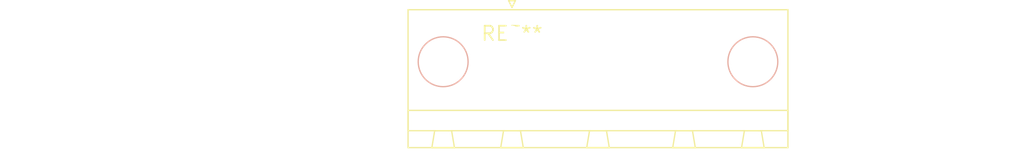
<source format=kicad_pcb>
(kicad_pcb (version 20240108) (generator pcbnew)
  (layers (0 "F.Cu" signal) (31 "B.Cu" signal) (34 "B.Paste" user) (35 "F.Paste" user) (36 "B.SilkS" user "B.Silkscreen") (37 "F.SilkS" user "F.Silkscreen") (38 "B.Mask" user) (39 "F.Mask" user) (44 "Edge.Cuts" user))
  (net 0 "")
  (footprint "PhoenixContact_GMSTB_2,5_3-GF-7,62_1x03_P7.62mm_Horizontal_ThreadedFlange_MountHole" (layer "F.Cu") (at 0 0)
    (property "Reference" "REF**")
    (property "Value" "PhoenixContact_GMSTB_2,5_3-GF-7,62_1x03_P7.62mm_Horizontal_ThreadedFlange_MountHole")
    (fp_circle (center -6.1 2.5) (end -3.89 2.5) (layer "B.SilkS") (stroke (width 0.12)) (fill none))
    (fp_circle (center 21.34 2.5) (end 23.55 2.5) (layer "B.SilkS") (stroke (width 0.12)) (fill none))
    (fp_line (start -9.21 -2.11) (end -9.21 10.11) (layer "F.SilkS") (stroke (width 0.12)))
    (fp_line (start -9.21 6.81) (end 24.45 6.81) (layer "F.SilkS") (stroke (width 0.12)))
    (fp_line (start -9.21 8.61) (end -9.21 6.81) (layer "F.SilkS") (stroke (width 0.12)))
    (fp_line (start -9.21 10.11) (end 24.45 10.11) (layer "F.SilkS") (stroke (width 0.12)))
    (fp_line (start -7.1 10.11) (end -5.1 10.11) (layer "F.SilkS") (stroke (width 0.12)))
    (fp_line (start -6.85 8.61) (end -7.1 10.11) (layer "F.SilkS") (stroke (width 0.12)))
    (fp_line (start -5.35 8.61) (end -6.85 8.61) (layer "F.SilkS") (stroke (width 0.12)))
    (fp_line (start -5.1 10.11) (end -5.35 8.61) (layer "F.SilkS") (stroke (width 0.12)))
    (fp_line (start -1 10.11) (end 1 10.11) (layer "F.SilkS") (stroke (width 0.12)))
    (fp_line (start -0.75 8.61) (end -1 10.11) (layer "F.SilkS") (stroke (width 0.12)))
    (fp_line (start -0.3 -2.91) (end 0.3 -2.91) (layer "F.SilkS") (stroke (width 0.12)))
    (fp_line (start 0 -2.31) (end -0.3 -2.91) (layer "F.SilkS") (stroke (width 0.12)))
    (fp_line (start 0.3 -2.91) (end 0 -2.31) (layer "F.SilkS") (stroke (width 0.12)))
    (fp_line (start 0.75 8.61) (end -0.75 8.61) (layer "F.SilkS") (stroke (width 0.12)))
    (fp_line (start 1 10.11) (end 0.75 8.61) (layer "F.SilkS") (stroke (width 0.12)))
    (fp_line (start 6.62 10.11) (end 8.62 10.11) (layer "F.SilkS") (stroke (width 0.12)))
    (fp_line (start 6.87 8.61) (end 6.62 10.11) (layer "F.SilkS") (stroke (width 0.12)))
    (fp_line (start 8.37 8.61) (end 6.87 8.61) (layer "F.SilkS") (stroke (width 0.12)))
    (fp_line (start 8.62 10.11) (end 8.37 8.61) (layer "F.SilkS") (stroke (width 0.12)))
    (fp_line (start 14.24 10.11) (end 16.24 10.11) (layer "F.SilkS") (stroke (width 0.12)))
    (fp_line (start 14.49 8.61) (end 14.24 10.11) (layer "F.SilkS") (stroke (width 0.12)))
    (fp_line (start 15.99 8.61) (end 14.49 8.61) (layer "F.SilkS") (stroke (width 0.12)))
    (fp_line (start 16.24 10.11) (end 15.99 8.61) (layer "F.SilkS") (stroke (width 0.12)))
    (fp_line (start 20.34 10.11) (end 22.34 10.11) (layer "F.SilkS") (stroke (width 0.12)))
    (fp_line (start 20.59 8.61) (end 20.34 10.11) (layer "F.SilkS") (stroke (width 0.12)))
    (fp_line (start 22.09 8.61) (end 20.59 8.61) (layer "F.SilkS") (stroke (width 0.12)))
    (fp_line (start 22.34 10.11) (end 22.09 8.61) (layer "F.SilkS") (stroke (width 0.12)))
    (fp_line (start 24.45 -2.11) (end -9.21 -2.11) (layer "F.SilkS") (stroke (width 0.12)))
    (fp_line (start 24.45 6.81) (end 24.45 8.61) (layer "F.SilkS") (stroke (width 0.12)))
    (fp_line (start 24.45 8.61) (end -9.21 8.61) (layer "F.SilkS") (stroke (width 0.12)))
    (fp_line (start 24.45 10.11) (end 24.45 -2.11) (layer "F.SilkS") (stroke (width 0.12)))
    (pad "" np_thru_hole circle (at -6.1 2.5) (size 2.4 2.4) (drill 2.4) (layers *.Cu *.Mask))
    (pad "" np_thru_hole circle (at 21.34 2.5) (size 2.4 2.4) (drill 2.4) (layers *.Cu *.Mask))
    (pad "1" thru_hole roundrect (at 0 0) (size 2.1 3.6) (drill 1.4) (layers *.Cu *.Mask) (remove_unused_layers) (roundrect_rratio 0.119048))
    (pad "2" thru_hole oval (at 7.62 0) (size 2.1 3.6) (drill 1.4) (layers *.Cu *.Mask) (remove_unused_layers))
    (pad "3" thru_hole oval (at 15.24 0) (size 2.1 3.6) (drill 1.4) (layers *.Cu *.Mask) (remove_unused_layers))
  )
)
</source>
